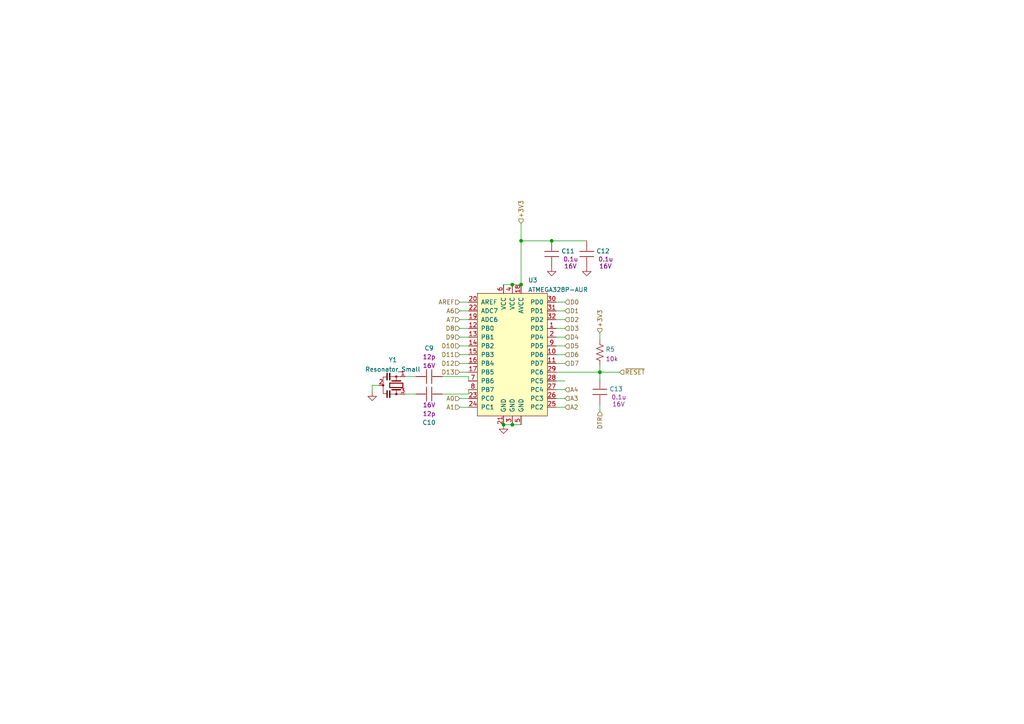
<source format=kicad_sch>
(kicad_sch (version 20211123) (generator eeschema)

  (uuid 51a0c0b2-a2a8-4672-9541-10a4895da274)

  (paper "A4")

  (lib_symbols
    (symbol "Device:Resonator_Small" (pin_names (offset 1.016) hide) (in_bom yes) (on_board yes)
      (property "Reference" "Y" (id 0) (at 3.175 1.905 0)
        (effects (font (size 1.27 1.27)) (justify left))
      )
      (property "Value" "Resonator_Small" (id 1) (at 3.175 0 0)
        (effects (font (size 1.27 1.27)) (justify left))
      )
      (property "Footprint" "" (id 2) (at -0.635 0 0)
        (effects (font (size 1.27 1.27)) hide)
      )
      (property "Datasheet" "~" (id 3) (at -0.635 0 0)
        (effects (font (size 1.27 1.27)) hide)
      )
      (property "ki_keywords" "ceramic resonator" (id 4) (at 0 0 0)
        (effects (font (size 1.27 1.27)) hide)
      )
      (property "ki_description" "Three pin ceramic resonator, small symbol" (id 5) (at 0 0 0)
        (effects (font (size 1.27 1.27)) hide)
      )
      (property "ki_fp_filters" "Filter* Resonator*" (id 6) (at 0 0 0)
        (effects (font (size 1.27 1.27)) hide)
      )
      (symbol "Resonator_Small_0_1"
        (rectangle (start -3.556 -2.54) (end -1.524 -2.794)
          (stroke (width 0) (type default) (color 0 0 0 0))
          (fill (type outline))
        )
        (rectangle (start -3.556 -1.778) (end -1.524 -2.032)
          (stroke (width 0) (type default) (color 0 0 0 0))
          (fill (type outline))
        )
        (circle (center -2.54 0) (radius 0.254)
          (stroke (width 0) (type default) (color 0 0 0 0))
          (fill (type outline))
        )
        (rectangle (start -0.635 1.905) (end 0.635 -1.905)
          (stroke (width 0.3048) (type default) (color 0 0 0 0))
          (fill (type none))
        )
        (circle (center 0 -3.81) (radius 0.254)
          (stroke (width 0) (type default) (color 0 0 0 0))
          (fill (type outline))
        )
        (polyline
          (pts
            (xy -2.54 -1.778)
            (xy -2.54 0)
          )
          (stroke (width 0) (type default) (color 0 0 0 0))
          (fill (type none))
        )
        (polyline
          (pts
            (xy -2.54 0)
            (xy -1.397 0)
          )
          (stroke (width 0) (type default) (color 0 0 0 0))
          (fill (type none))
        )
        (polyline
          (pts
            (xy -2.54 1.27)
            (xy -2.54 0)
          )
          (stroke (width 0) (type default) (color 0 0 0 0))
          (fill (type none))
        )
        (polyline
          (pts
            (xy -1.27 -1.27)
            (xy -1.27 1.27)
          )
          (stroke (width 0.381) (type default) (color 0 0 0 0))
          (fill (type none))
        )
        (polyline
          (pts
            (xy 1.27 -1.27)
            (xy 1.27 1.27)
          )
          (stroke (width 0.381) (type default) (color 0 0 0 0))
          (fill (type none))
        )
        (polyline
          (pts
            (xy 1.27 0)
            (xy 2.54 0)
          )
          (stroke (width 0) (type default) (color 0 0 0 0))
          (fill (type none))
        )
        (polyline
          (pts
            (xy 2.54 0)
            (xy 2.54 -1.778)
          )
          (stroke (width 0) (type default) (color 0 0 0 0))
          (fill (type none))
        )
        (polyline
          (pts
            (xy 2.54 1.27)
            (xy 2.54 0)
          )
          (stroke (width 0) (type default) (color 0 0 0 0))
          (fill (type none))
        )
        (polyline
          (pts
            (xy 2.413 -2.794)
            (xy 2.413 -3.81)
            (xy -2.413 -3.81)
            (xy -2.413 -2.667)
          )
          (stroke (width 0) (type default) (color 0 0 0 0))
          (fill (type none))
        )
        (rectangle (start 1.524 -2.54) (end 3.556 -2.794)
          (stroke (width 0) (type default) (color 0 0 0 0))
          (fill (type outline))
        )
        (rectangle (start 1.524 -1.778) (end 3.556 -2.032)
          (stroke (width 0) (type default) (color 0 0 0 0))
          (fill (type outline))
        )
        (circle (center 2.54 0) (radius 0.254)
          (stroke (width 0) (type default) (color 0 0 0 0))
          (fill (type outline))
        )
      )
      (symbol "Resonator_Small_1_1"
        (pin passive line (at -2.54 2.54 270) (length 1.27)
          (name "1" (effects (font (size 1.27 1.27))))
          (number "1" (effects (font (size 1.27 1.27))))
        )
        (pin passive line (at 0 -5.08 90) (length 1.27)
          (name "2" (effects (font (size 1.27 1.27))))
          (number "2" (effects (font (size 1.27 1.27))))
        )
        (pin passive line (at 2.54 2.54 270) (length 1.27)
          (name "3" (effects (font (size 1.27 1.27))))
          (number "3" (effects (font (size 1.27 1.27))))
        )
      )
    )
    (symbol "dk_Embedded-Microcontrollers:ATMEGA328P-AUR" (pin_names (offset 1.016)) (in_bom yes) (on_board yes)
      (property "Reference" "U" (id 0) (at -10.16 24.13 0)
        (effects (font (size 1.27 1.27)) (justify left))
      )
      (property "Value" "ATMEGA328P-AUR" (id 1) (at 3.81 -13.97 0)
        (effects (font (size 1.27 1.27)) (justify left))
      )
      (property "Footprint" "digikey-footprints:TQFP-32_7x7mm" (id 2) (at 5.08 5.08 0)
        (effects (font (size 1.524 1.524)) (justify left) hide)
      )
      (property "Datasheet" "http://www.microchip.com/mymicrochip/filehandler.aspx?ddocname=en589968" (id 3) (at 5.08 7.62 0)
        (effects (font (size 1.524 1.524)) (justify left) hide)
      )
      (property "Digi-Key_PN" "ATMEGA328P-AURCT-ND" (id 4) (at 5.08 10.16 0)
        (effects (font (size 1.524 1.524)) (justify left) hide)
      )
      (property "MPN" "ATMEGA328P-AUR" (id 5) (at 5.08 12.7 0)
        (effects (font (size 1.524 1.524)) (justify left) hide)
      )
      (property "Category" "Integrated Circuits (ICs)" (id 6) (at 5.08 15.24 0)
        (effects (font (size 1.524 1.524)) (justify left) hide)
      )
      (property "Family" "Embedded - Microcontrollers" (id 7) (at 5.08 17.78 0)
        (effects (font (size 1.524 1.524)) (justify left) hide)
      )
      (property "DK_Datasheet_Link" "http://www.microchip.com/mymicrochip/filehandler.aspx?ddocname=en589968" (id 8) (at 5.08 20.32 0)
        (effects (font (size 1.524 1.524)) (justify left) hide)
      )
      (property "DK_Detail_Page" "/product-detail/en/microchip-technology/ATMEGA328P-AUR/ATMEGA328P-AURCT-ND/3789455" (id 9) (at 5.08 22.86 0)
        (effects (font (size 1.524 1.524)) (justify left) hide)
      )
      (property "Description" "IC MCU 8BIT 32KB FLASH 32TQFP" (id 10) (at 5.08 25.4 0)
        (effects (font (size 1.524 1.524)) (justify left) hide)
      )
      (property "Manufacturer" "Microchip Technology" (id 11) (at 5.08 27.94 0)
        (effects (font (size 1.524 1.524)) (justify left) hide)
      )
      (property "Status" "Active" (id 12) (at 5.08 30.48 0)
        (effects (font (size 1.524 1.524)) (justify left) hide)
      )
      (property "ki_description" "IC MCU 8BIT 32KB FLASH 32TQFP" (id 13) (at 0 0 0)
        (effects (font (size 1.27 1.27)) hide)
      )
      (symbol "ATMEGA328P-AUR_0_1"
        (rectangle (start -10.16 22.86) (end 10.16 -12.7)
          (stroke (width 0) (type default) (color 0 0 0 0))
          (fill (type background))
        )
      )
      (symbol "ATMEGA328P-AUR_1_1"
        (pin bidirectional line (at 12.7 12.7 180) (length 2.54)
          (name "PD3" (effects (font (size 1.27 1.27))))
          (number "1" (effects (font (size 1.27 1.27))))
        )
        (pin bidirectional line (at 12.7 5.08 180) (length 2.54)
          (name "PD6" (effects (font (size 1.27 1.27))))
          (number "10" (effects (font (size 1.27 1.27))))
        )
        (pin bidirectional line (at 12.7 2.54 180) (length 2.54)
          (name "PD7" (effects (font (size 1.27 1.27))))
          (number "11" (effects (font (size 1.27 1.27))))
        )
        (pin bidirectional line (at -12.7 12.7 0) (length 2.54)
          (name "PB0" (effects (font (size 1.27 1.27))))
          (number "12" (effects (font (size 1.27 1.27))))
        )
        (pin bidirectional line (at -12.7 10.16 0) (length 2.54)
          (name "PB1" (effects (font (size 1.27 1.27))))
          (number "13" (effects (font (size 1.27 1.27))))
        )
        (pin bidirectional line (at -12.7 7.62 0) (length 2.54)
          (name "PB2" (effects (font (size 1.27 1.27))))
          (number "14" (effects (font (size 1.27 1.27))))
        )
        (pin bidirectional line (at -12.7 5.08 0) (length 2.54)
          (name "PB3" (effects (font (size 1.27 1.27))))
          (number "15" (effects (font (size 1.27 1.27))))
        )
        (pin bidirectional line (at -12.7 2.54 0) (length 2.54)
          (name "PB4" (effects (font (size 1.27 1.27))))
          (number "16" (effects (font (size 1.27 1.27))))
        )
        (pin bidirectional line (at -12.7 0 0) (length 2.54)
          (name "PB5" (effects (font (size 1.27 1.27))))
          (number "17" (effects (font (size 1.27 1.27))))
        )
        (pin power_in line (at 2.54 25.4 270) (length 2.54)
          (name "AVCC" (effects (font (size 1.27 1.27))))
          (number "18" (effects (font (size 1.27 1.27))))
        )
        (pin input line (at -12.7 15.24 0) (length 2.54)
          (name "ADC6" (effects (font (size 1.27 1.27))))
          (number "19" (effects (font (size 1.27 1.27))))
        )
        (pin bidirectional line (at 12.7 10.16 180) (length 2.54)
          (name "PD4" (effects (font (size 1.27 1.27))))
          (number "2" (effects (font (size 1.27 1.27))))
        )
        (pin input line (at -12.7 20.32 0) (length 2.54)
          (name "AREF" (effects (font (size 1.27 1.27))))
          (number "20" (effects (font (size 1.27 1.27))))
        )
        (pin power_in line (at -2.54 -15.24 90) (length 2.54)
          (name "GND" (effects (font (size 1.27 1.27))))
          (number "21" (effects (font (size 1.27 1.27))))
        )
        (pin input line (at -12.7 17.78 0) (length 2.54)
          (name "ADC7" (effects (font (size 1.27 1.27))))
          (number "22" (effects (font (size 1.27 1.27))))
        )
        (pin bidirectional line (at -12.7 -7.62 0) (length 2.54)
          (name "PC0" (effects (font (size 1.27 1.27))))
          (number "23" (effects (font (size 1.27 1.27))))
        )
        (pin bidirectional line (at -12.7 -10.16 0) (length 2.54)
          (name "PC1" (effects (font (size 1.27 1.27))))
          (number "24" (effects (font (size 1.27 1.27))))
        )
        (pin bidirectional line (at 12.7 -10.16 180) (length 2.54)
          (name "PC2" (effects (font (size 1.27 1.27))))
          (number "25" (effects (font (size 1.27 1.27))))
        )
        (pin bidirectional line (at 12.7 -7.62 180) (length 2.54)
          (name "PC3" (effects (font (size 1.27 1.27))))
          (number "26" (effects (font (size 1.27 1.27))))
        )
        (pin bidirectional line (at 12.7 -5.08 180) (length 2.54)
          (name "PC4" (effects (font (size 1.27 1.27))))
          (number "27" (effects (font (size 1.27 1.27))))
        )
        (pin bidirectional line (at 12.7 -2.54 180) (length 2.54)
          (name "PC5" (effects (font (size 1.27 1.27))))
          (number "28" (effects (font (size 1.27 1.27))))
        )
        (pin bidirectional line (at 12.7 0 180) (length 2.54)
          (name "PC6" (effects (font (size 1.27 1.27))))
          (number "29" (effects (font (size 1.27 1.27))))
        )
        (pin power_in line (at 0 -15.24 90) (length 2.54)
          (name "GND" (effects (font (size 1.27 1.27))))
          (number "3" (effects (font (size 1.27 1.27))))
        )
        (pin bidirectional line (at 12.7 20.32 180) (length 2.54)
          (name "PD0" (effects (font (size 1.27 1.27))))
          (number "30" (effects (font (size 1.27 1.27))))
        )
        (pin bidirectional line (at 12.7 17.78 180) (length 2.54)
          (name "PD1" (effects (font (size 1.27 1.27))))
          (number "31" (effects (font (size 1.27 1.27))))
        )
        (pin bidirectional line (at 12.7 15.24 180) (length 2.54)
          (name "PD2" (effects (font (size 1.27 1.27))))
          (number "32" (effects (font (size 1.27 1.27))))
        )
        (pin power_in line (at 0 25.4 270) (length 2.54)
          (name "VCC" (effects (font (size 1.27 1.27))))
          (number "4" (effects (font (size 1.27 1.27))))
        )
        (pin power_in line (at 2.54 -15.24 90) (length 2.54)
          (name "GND" (effects (font (size 1.27 1.27))))
          (number "5" (effects (font (size 1.27 1.27))))
        )
        (pin power_in line (at -2.54 25.4 270) (length 2.54)
          (name "VCC" (effects (font (size 1.27 1.27))))
          (number "6" (effects (font (size 1.27 1.27))))
        )
        (pin bidirectional line (at -12.7 -2.54 0) (length 2.54)
          (name "PB6" (effects (font (size 1.27 1.27))))
          (number "7" (effects (font (size 1.27 1.27))))
        )
        (pin bidirectional line (at -12.7 -5.08 0) (length 2.54)
          (name "PB7" (effects (font (size 1.27 1.27))))
          (number "8" (effects (font (size 1.27 1.27))))
        )
        (pin bidirectional line (at 12.7 7.62 180) (length 2.54)
          (name "PD5" (effects (font (size 1.27 1.27))))
          (number "9" (effects (font (size 1.27 1.27))))
        )
      )
    )
    (symbol "ekd_capacitors_ceramic_smd:0402YA120JAT2A" (pin_numbers hide) (pin_names (offset 0.254)) (in_bom yes) (on_board yes)
      (property "Reference" "C" (id 0) (at 3.81 3.81 0)
        (effects (font (size 1.27 1.27)) (justify left))
      )
      (property "Value" "0402YA120JAT2A" (id 1) (at 3.81 -12.7 0)
        (effects (font (size 1.27 1.27)) (justify left) hide)
      )
      (property "Footprint" "Capacitor_SMD:C_0603_1608Metric" (id 2) (at 3.81 -15.24 0)
        (effects (font (size 1.27 1.27)) (justify left) hide)
      )
      (property "Datasheet" "~" (id 3) (at 0.635 2.54 0)
        (effects (font (size 1.27 1.27)) hide)
      )
      (property "Digikey Part Number" "478-11775-1-ND" (id 4) (at 3.81 -17.78 0)
        (effects (font (size 1.27 1.27)) (justify left) hide)
      )
      (property "Manufacturer" "KYOCERA AVX" (id 5) (at 3.81 -20.32 0)
        (effects (font (size 1.27 1.27)) (justify left) hide)
      )
      (property "Capacitance" "12p" (id 6) (at 3.81 1.27 0)
        (effects (font (size 1.27 1.27)) (justify left))
      )
      (property "Class" "C0G" (id 7) (at 3.81 -10.16 0)
        (effects (font (size 1.27 1.27)) (justify left) hide)
      )
      (property "Size" "0402" (id 8) (at 3.81 -3.81 0)
        (effects (font (size 1.27 1.27)) (justify left) hide)
      )
      (property "Voltage Rating" "16V" (id 9) (at 3.81 -1.27 0)
        (effects (font (size 1.27 1.27)) (justify left))
      )
      (property "Part Number" "CGA3E3X7S2A104K080AB" (id 10) (at 3.81 -22.86 0)
        (effects (font (size 1.27 1.27)) (justify left) hide)
      )
      (property "ki_keywords" "cap capacitor ceramic" (id 11) (at 0 0 0)
        (effects (font (size 1.27 1.27)) hide)
      )
      (property "ki_description" "cap 12p 16V 0402 ceramic C0G" (id 12) (at 0 0 0)
        (effects (font (size 1.27 1.27)) hide)
      )
      (property "ki_fp_filters" "C_*" (id 13) (at 0 0 0)
        (effects (font (size 1.27 1.27)) hide)
      )
      (symbol "0402YA120JAT2A_0_1"
        (polyline
          (pts
            (xy -2.032 -0.762)
            (xy 2.032 -0.762)
          )
          (stroke (width 0.2032) (type default) (color 0 0 0 0))
          (fill (type none))
        )
        (polyline
          (pts
            (xy -2.032 0.762)
            (xy 2.032 0.762)
          )
          (stroke (width 0.2032) (type default) (color 0 0 0 0))
          (fill (type none))
        )
      )
      (symbol "0402YA120JAT2A_1_1"
        (pin passive line (at 0 3.81 270) (length 2.794)
          (name "~" (effects (font (size 1.27 1.27))))
          (number "1" (effects (font (size 1.27 1.27))))
        )
        (pin passive line (at 0 -3.81 90) (length 2.794)
          (name "~" (effects (font (size 1.27 1.27))))
          (number "2" (effects (font (size 1.27 1.27))))
        )
      )
    )
    (symbol "mw_ceramic_caps:GCM155R71C104KA55D" (pin_numbers hide) (pin_names (offset 0.254)) (in_bom yes) (on_board yes)
      (property "Reference" "C" (id 0) (at 3.81 3.81 0)
        (effects (font (size 1.27 1.27)) (justify left))
      )
      (property "Value" "GCM155R71C104KA55D" (id 1) (at 3.81 -12.7 0)
        (effects (font (size 1.27 1.27)) (justify left) hide)
      )
      (property "Footprint" "Capacitor_SMD:C_0402_1005Metric" (id 2) (at 3.81 -15.24 0)
        (effects (font (size 1.27 1.27)) (justify left) hide)
      )
      (property "Datasheet" "~" (id 3) (at 0.635 2.54 0)
        (effects (font (size 1.27 1.27)) hide)
      )
      (property "Part Number" "GCM155R71C104KA55D" (id 4) (at 3.81 -17.78 0)
        (effects (font (size 1.27 1.27)) (justify left) hide)
      )
      (property "Digikey Part Number" "490-4759-1-ND" (id 5) (at 3.81 -20.32 0)
        (effects (font (size 1.27 1.27)) (justify left) hide)
      )
      (property "Manufacturer" "Murata" (id 6) (at 3.81 -22.86 0)
        (effects (font (size 1.27 1.27)) (justify left) hide)
      )
      (property "Capacitance" "0.1u" (id 7) (at 3.81 1.27 0)
        (effects (font (size 1.27 1.27)) (justify left))
      )
      (property "Class" "X7R" (id 8) (at 3.81 -10.16 0)
        (effects (font (size 1.27 1.27)) (justify left) hide)
      )
      (property "Size" "0402" (id 9) (at 3.81 -7.62 0)
        (effects (font (size 1.27 1.27)) (justify left) hide)
      )
      (property "Voltage Rating" "16V" (id 10) (at 3.81 -1.27 0)
        (effects (font (size 1.27 1.27)) (justify left))
      )
      (property "ki_keywords" "cap capacitor ceramic" (id 11) (at 0 0 0)
        (effects (font (size 1.27 1.27)) hide)
      )
      (property "ki_description" "cap 0.1u 16V 0402 ceramic X7R" (id 12) (at 0 0 0)
        (effects (font (size 1.27 1.27)) hide)
      )
      (property "ki_fp_filters" "C_*" (id 13) (at 0 0 0)
        (effects (font (size 1.27 1.27)) hide)
      )
      (symbol "GCM155R71C104KA55D_0_1"
        (polyline
          (pts
            (xy -2.032 -0.762)
            (xy 2.032 -0.762)
          )
          (stroke (width 0.2032) (type default) (color 0 0 0 0))
          (fill (type none))
        )
        (polyline
          (pts
            (xy -2.032 0.762)
            (xy 2.032 0.762)
          )
          (stroke (width 0.2032) (type default) (color 0 0 0 0))
          (fill (type none))
        )
      )
      (symbol "GCM155R71C104KA55D_1_1"
        (pin passive line (at 0 3.81 270) (length 2.794)
          (name "~" (effects (font (size 1.27 1.27))))
          (number "1" (effects (font (size 1.27 1.27))))
        )
        (pin passive line (at 0 -3.81 90) (length 2.794)
          (name "~" (effects (font (size 1.27 1.27))))
          (number "2" (effects (font (size 1.27 1.27))))
        )
      )
    )
    (symbol "mw_resistors_smd:RC0402FR-0710KL" (pin_numbers hide) (pin_names (offset 0)) (in_bom yes) (on_board yes)
      (property "Reference" "R" (id 0) (at 3.81 1.27 0)
        (effects (font (size 1.27 1.27)))
      )
      (property "Value" "RC0402FR-0710KL" (id 1) (at 2.54 6.35 0)
        (effects (font (size 1.27 1.27)) (justify left) hide)
      )
      (property "Footprint" "Resistor_SMD:R_0402_1005Metric" (id 2) (at 2.54 3.81 0)
        (effects (font (size 1.27 1.27)) (justify left) hide)
      )
      (property "Datasheet" "~" (id 3) (at 2.54 -1.27 90)
        (effects (font (size 1.27 1.27)) (justify left) hide)
      )
      (property "Digikey Part Number" "311-10.0KLRCT-ND" (id 4) (at 2.54 -11.43 0)
        (effects (font (size 1.27 1.27)) (justify left) hide)
      )
      (property "Manufacturer" "Yageo" (id 5) (at 8.89 6.35 0)
        (effects (font (size 1.27 1.27)) hide)
      )
      (property "Part Number" "RC0402FR-0710KL" (id 6) (at 2.54 -8.89 0)
        (effects (font (size 1.27 1.27)) (justify left) hide)
      )
      (property "Tolerance" "1%" (id 7) (at 2.54 -3.81 0)
        (effects (font (size 1.27 1.27)) (justify left) hide)
      )
      (property "Power" "1/16W" (id 8) (at 2.54 -6.35 0)
        (effects (font (size 1.27 1.27)) (justify left) hide)
      )
      (property "Composition" "Thick Film" (id 9) (at 2.54 -16.51 0)
        (effects (font (size 1.27 1.27)) (justify left) hide)
      )
      (property "Temperature Coefficent" "100ppm/degC" (id 10) (at 2.54 -13.97 0)
        (effects (font (size 1.27 1.27)) (justify left) hide)
      )
      (property "Resistance" "10k" (id 11) (at 2.54 -1.27 0)
        (effects (font (size 1.27 1.27)) (justify left))
      )
      (property "ki_keywords" "R res resistor" (id 12) (at 0 0 0)
        (effects (font (size 1.27 1.27)) hide)
      )
      (property "ki_description" "Res 10k 0402 1% 0.0625W Yageo" (id 13) (at 0 0 0)
        (effects (font (size 1.27 1.27)) hide)
      )
      (property "ki_fp_filters" "R_*" (id 14) (at 0 0 0)
        (effects (font (size 1.27 1.27)) hide)
      )
      (symbol "RC0402FR-0710KL_0_1"
        (polyline
          (pts
            (xy 0 -2.286)
            (xy 0 -2.54)
          )
          (stroke (width 0) (type default) (color 0 0 0 0))
          (fill (type none))
        )
        (polyline
          (pts
            (xy 0 2.286)
            (xy 0 2.54)
          )
          (stroke (width 0) (type default) (color 0 0 0 0))
          (fill (type none))
        )
        (polyline
          (pts
            (xy 0 -0.762)
            (xy 1.016 -1.143)
            (xy 0 -1.524)
            (xy -1.016 -1.905)
            (xy 0 -2.286)
          )
          (stroke (width 0) (type default) (color 0 0 0 0))
          (fill (type none))
        )
        (polyline
          (pts
            (xy 0 0.762)
            (xy 1.016 0.381)
            (xy 0 0)
            (xy -1.016 -0.381)
            (xy 0 -0.762)
          )
          (stroke (width 0) (type default) (color 0 0 0 0))
          (fill (type none))
        )
        (polyline
          (pts
            (xy 0 2.286)
            (xy 1.016 1.905)
            (xy 0 1.524)
            (xy -1.016 1.143)
            (xy 0 0.762)
          )
          (stroke (width 0) (type default) (color 0 0 0 0))
          (fill (type none))
        )
      )
      (symbol "RC0402FR-0710KL_1_1"
        (pin passive line (at 0 3.81 270) (length 1.27)
          (name "~" (effects (font (size 1.27 1.27))))
          (number "1" (effects (font (size 1.27 1.27))))
        )
        (pin passive line (at 0 -3.81 90) (length 1.27)
          (name "~" (effects (font (size 1.27 1.27))))
          (number "2" (effects (font (size 1.27 1.27))))
        )
      )
    )
    (symbol "power:GND" (power) (pin_names (offset 0)) (in_bom yes) (on_board yes)
      (property "Reference" "#PWR" (id 0) (at 0 -6.35 0)
        (effects (font (size 1.27 1.27)) hide)
      )
      (property "Value" "GND" (id 1) (at 0 -3.81 0)
        (effects (font (size 1.27 1.27)))
      )
      (property "Footprint" "" (id 2) (at 0 0 0)
        (effects (font (size 1.27 1.27)) hide)
      )
      (property "Datasheet" "" (id 3) (at 0 0 0)
        (effects (font (size 1.27 1.27)) hide)
      )
      (property "ki_keywords" "power-flag" (id 4) (at 0 0 0)
        (effects (font (size 1.27 1.27)) hide)
      )
      (property "ki_description" "Power symbol creates a global label with name \"GND\" , ground" (id 5) (at 0 0 0)
        (effects (font (size 1.27 1.27)) hide)
      )
      (symbol "GND_0_1"
        (polyline
          (pts
            (xy 0 0)
            (xy 0 -1.27)
            (xy 1.27 -1.27)
            (xy 0 -2.54)
            (xy -1.27 -1.27)
            (xy 0 -1.27)
          )
          (stroke (width 0) (type default) (color 0 0 0 0))
          (fill (type none))
        )
      )
      (symbol "GND_1_1"
        (pin power_in line (at 0 0 270) (length 0) hide
          (name "GND" (effects (font (size 1.27 1.27))))
          (number "1" (effects (font (size 1.27 1.27))))
        )
      )
    )
  )

  (junction (at 173.99 107.95) (diameter 0) (color 0 0 0 0)
    (uuid 07848650-f663-4a47-aac4-996d87fdf1c2)
  )
  (junction (at 160.02 69.85) (diameter 0) (color 0 0 0 0)
    (uuid 0a7856fc-a976-4f32-8084-4577502af832)
  )
  (junction (at 146.05 123.19) (diameter 0) (color 0 0 0 0)
    (uuid 12866594-0f38-4784-af5e-45b5bfdfe400)
  )
  (junction (at 148.59 82.55) (diameter 0) (color 0 0 0 0)
    (uuid 3f2019d3-5a10-456f-9282-a27ae5700074)
  )
  (junction (at 151.13 82.55) (diameter 0) (color 0 0 0 0)
    (uuid 7b75539c-03c7-4e30-a863-b2fe9b04e029)
  )
  (junction (at 151.13 69.85) (diameter 0) (color 0 0 0 0)
    (uuid c059f8ef-6d64-484e-94ca-42d5e45b5ff0)
  )
  (junction (at 148.59 123.19) (diameter 0) (color 0 0 0 0)
    (uuid d28b7516-3a73-4e29-a168-c643f2cd44b2)
  )

  (wire (pts (xy 161.29 100.33) (xy 163.83 100.33))
    (stroke (width 0) (type default) (color 0 0 0 0))
    (uuid 027cdaf1-b333-4852-bdca-56245c6ff27e)
  )
  (wire (pts (xy 151.13 64.77) (xy 151.13 69.85))
    (stroke (width 0) (type default) (color 0 0 0 0))
    (uuid 076d4ab0-f889-42ad-bcc1-465482e30d96)
  )
  (wire (pts (xy 133.35 100.33) (xy 135.89 100.33))
    (stroke (width 0) (type default) (color 0 0 0 0))
    (uuid 1c5068f7-4d5c-4cf1-ab67-2810c2a58188)
  )
  (wire (pts (xy 133.35 118.11) (xy 135.89 118.11))
    (stroke (width 0) (type default) (color 0 0 0 0))
    (uuid 1d591464-65bd-4035-bf2e-b663459aa68b)
  )
  (wire (pts (xy 135.89 90.17) (xy 133.35 90.17))
    (stroke (width 0) (type default) (color 0 0 0 0))
    (uuid 1d90b475-4772-44c4-9750-104e0df1a6f3)
  )
  (wire (pts (xy 133.35 102.87) (xy 135.89 102.87))
    (stroke (width 0) (type default) (color 0 0 0 0))
    (uuid 1f206a8e-da2d-49b3-8976-a395fcc77cd9)
  )
  (wire (pts (xy 161.29 87.63) (xy 163.83 87.63))
    (stroke (width 0) (type default) (color 0 0 0 0))
    (uuid 1f3c9a2a-2221-4614-908e-045ade7ffa2b)
  )
  (wire (pts (xy 151.13 69.85) (xy 160.02 69.85))
    (stroke (width 0) (type default) (color 0 0 0 0))
    (uuid 2ed04249-bc7e-49b1-b684-db3b19773ed4)
  )
  (wire (pts (xy 160.02 69.85) (xy 170.18 69.85))
    (stroke (width 0) (type default) (color 0 0 0 0))
    (uuid 338a9fe7-932c-4469-8fec-7559ebd611c4)
  )
  (wire (pts (xy 173.99 107.95) (xy 173.99 109.855))
    (stroke (width 0) (type default) (color 0 0 0 0))
    (uuid 376dd96e-0872-43fe-9827-1b7a0b310f7a)
  )
  (wire (pts (xy 117.475 114.3) (xy 120.65 114.3))
    (stroke (width 0) (type default) (color 0 0 0 0))
    (uuid 39417078-18a6-473a-9ba1-f2a1e6fecdf7)
  )
  (wire (pts (xy 107.95 111.76) (xy 109.855 111.76))
    (stroke (width 0) (type default) (color 0 0 0 0))
    (uuid 4014a75a-2258-4e81-b819-1a10f2c9ea1f)
  )
  (wire (pts (xy 173.99 106.045) (xy 173.99 107.95))
    (stroke (width 0) (type default) (color 0 0 0 0))
    (uuid 4d59b9e2-7b14-47e0-8dcb-6a1947fe8252)
  )
  (wire (pts (xy 161.29 105.41) (xy 163.83 105.41))
    (stroke (width 0) (type default) (color 0 0 0 0))
    (uuid 5275f368-850c-466b-9590-6b4fc5a35d3e)
  )
  (wire (pts (xy 146.05 82.55) (xy 148.59 82.55))
    (stroke (width 0) (type default) (color 0 0 0 0))
    (uuid 53c8d884-6a4c-4fbd-8c34-251514b25492)
  )
  (wire (pts (xy 117.475 109.22) (xy 120.65 109.22))
    (stroke (width 0) (type default) (color 0 0 0 0))
    (uuid 56f0fd55-21ed-4c6b-8781-7568f6a10029)
  )
  (wire (pts (xy 161.29 95.25) (xy 163.83 95.25))
    (stroke (width 0) (type default) (color 0 0 0 0))
    (uuid 634dff12-a577-43dc-98ea-f0908421f896)
  )
  (wire (pts (xy 146.05 123.19) (xy 148.59 123.19))
    (stroke (width 0) (type default) (color 0 0 0 0))
    (uuid 65131648-4033-495a-9830-74c65f54d360)
  )
  (wire (pts (xy 135.89 109.22) (xy 135.89 110.49))
    (stroke (width 0) (type default) (color 0 0 0 0))
    (uuid 66fd10f6-0f24-46b3-98c9-9e3d31d7029e)
  )
  (wire (pts (xy 173.99 107.95) (xy 179.705 107.95))
    (stroke (width 0) (type default) (color 0 0 0 0))
    (uuid 6a884b3c-5838-414f-93d1-160074217b96)
  )
  (wire (pts (xy 133.35 107.95) (xy 135.89 107.95))
    (stroke (width 0) (type default) (color 0 0 0 0))
    (uuid 6baac69c-8e78-4f4c-85f1-19111bef6ccd)
  )
  (wire (pts (xy 161.29 102.87) (xy 163.83 102.87))
    (stroke (width 0) (type default) (color 0 0 0 0))
    (uuid 6c3a068e-d395-45ff-827a-e49159162f44)
  )
  (wire (pts (xy 133.35 87.63) (xy 135.89 87.63))
    (stroke (width 0) (type default) (color 0 0 0 0))
    (uuid 6c3a2a80-fd1a-42da-ac7d-54fd4812bf55)
  )
  (wire (pts (xy 161.29 110.49) (xy 163.83 110.49))
    (stroke (width 0) (type default) (color 0 0 0 0))
    (uuid 6f25ed56-78a0-4ce1-9b4c-5f42545abd98)
  )
  (wire (pts (xy 173.99 96.52) (xy 173.99 98.425))
    (stroke (width 0) (type default) (color 0 0 0 0))
    (uuid 75dee2df-a781-4f62-9295-56668a876e58)
  )
  (wire (pts (xy 133.35 105.41) (xy 135.89 105.41))
    (stroke (width 0) (type default) (color 0 0 0 0))
    (uuid 7f2137b6-789f-421c-97e0-5358f9ca0f21)
  )
  (wire (pts (xy 133.35 95.25) (xy 135.89 95.25))
    (stroke (width 0) (type default) (color 0 0 0 0))
    (uuid 82ea2a21-3980-4e93-83f3-2730a0b34276)
  )
  (wire (pts (xy 163.83 118.11) (xy 161.29 118.11))
    (stroke (width 0) (type default) (color 0 0 0 0))
    (uuid 8afcf642-2829-4f1f-b865-d109fa83e6c3)
  )
  (wire (pts (xy 148.59 82.55) (xy 151.13 82.55))
    (stroke (width 0) (type default) (color 0 0 0 0))
    (uuid 8e47ae13-61ac-449d-8f31-255a679b59c1)
  )
  (wire (pts (xy 161.29 113.03) (xy 163.83 113.03))
    (stroke (width 0) (type default) (color 0 0 0 0))
    (uuid 8efcca8d-cf1e-4e49-bc4a-3af80d36e411)
  )
  (wire (pts (xy 161.29 115.57) (xy 163.83 115.57))
    (stroke (width 0) (type default) (color 0 0 0 0))
    (uuid 93d03731-568c-4a4d-855d-ee9b1f0758c9)
  )
  (wire (pts (xy 133.35 115.57) (xy 135.89 115.57))
    (stroke (width 0) (type default) (color 0 0 0 0))
    (uuid abe62f0c-ab3a-4422-9237-08a92c61bbc3)
  )
  (wire (pts (xy 161.29 97.79) (xy 163.83 97.79))
    (stroke (width 0) (type default) (color 0 0 0 0))
    (uuid b45aff70-7065-4a6b-af7c-4b009c546eee)
  )
  (wire (pts (xy 135.89 92.71) (xy 133.35 92.71))
    (stroke (width 0) (type default) (color 0 0 0 0))
    (uuid bc476dcc-2fe7-4164-bc78-eb85e4c36c5a)
  )
  (wire (pts (xy 133.35 97.79) (xy 135.89 97.79))
    (stroke (width 0) (type default) (color 0 0 0 0))
    (uuid bd6ee7af-bdcc-4b2d-ba85-1f19999301bb)
  )
  (wire (pts (xy 161.29 107.95) (xy 173.99 107.95))
    (stroke (width 0) (type default) (color 0 0 0 0))
    (uuid bff62ef7-cf7e-4ec4-894a-8e2b96578fce)
  )
  (wire (pts (xy 161.29 90.17) (xy 163.83 90.17))
    (stroke (width 0) (type default) (color 0 0 0 0))
    (uuid c16ae12a-96dd-4e67-b504-d213fb64a1cc)
  )
  (wire (pts (xy 128.27 109.22) (xy 135.89 109.22))
    (stroke (width 0) (type default) (color 0 0 0 0))
    (uuid c81c2210-3164-4852-948a-f292a73a3043)
  )
  (wire (pts (xy 135.89 114.3) (xy 135.89 113.03))
    (stroke (width 0) (type default) (color 0 0 0 0))
    (uuid c87ec024-fa61-4690-bdfb-0c94806bb1a5)
  )
  (wire (pts (xy 151.13 69.85) (xy 151.13 82.55))
    (stroke (width 0) (type default) (color 0 0 0 0))
    (uuid cb892854-fc9a-49d3-adab-d2f00286395c)
  )
  (wire (pts (xy 161.29 92.71) (xy 163.83 92.71))
    (stroke (width 0) (type default) (color 0 0 0 0))
    (uuid cf477761-2623-4aa3-b4bd-0ae13a0582ea)
  )
  (wire (pts (xy 173.99 117.475) (xy 173.99 119.38))
    (stroke (width 0) (type default) (color 0 0 0 0))
    (uuid d3c8ce0b-fbde-42f7-94ee-24ea04cf0127)
  )
  (wire (pts (xy 128.27 114.3) (xy 135.89 114.3))
    (stroke (width 0) (type default) (color 0 0 0 0))
    (uuid da70e9e3-cfc8-4fa3-9bff-ae234b184aa9)
  )
  (wire (pts (xy 107.95 111.76) (xy 107.95 113.665))
    (stroke (width 0) (type default) (color 0 0 0 0))
    (uuid eec6728f-86cd-4374-9925-bb7c68af45f9)
  )
  (wire (pts (xy 148.59 123.19) (xy 151.13 123.19))
    (stroke (width 0) (type default) (color 0 0 0 0))
    (uuid f27cd7cb-fd76-4e4e-800a-6f4bde11e4f7)
  )

  (hierarchical_label "+3V3" (shape input) (at 173.99 96.52 90)
    (effects (font (size 1.27 1.27)) (justify left))
    (uuid 00a480f3-c801-4c39-adba-848cf07be9d2)
  )
  (hierarchical_label "D8" (shape input) (at 133.35 95.25 180)
    (effects (font (size 1.27 1.27)) (justify right))
    (uuid 172eae3c-e460-4698-9d64-7218c0cb8ab6)
  )
  (hierarchical_label "D7" (shape input) (at 163.83 105.41 0)
    (effects (font (size 1.27 1.27)) (justify left))
    (uuid 1dfb2ebd-0f37-44d1-942e-e01b83899103)
  )
  (hierarchical_label "D12" (shape input) (at 133.35 105.41 180)
    (effects (font (size 1.27 1.27)) (justify right))
    (uuid 2020452a-c4d5-403b-a418-32ee2db1efda)
  )
  (hierarchical_label "D6" (shape input) (at 163.83 102.87 0)
    (effects (font (size 1.27 1.27)) (justify left))
    (uuid 254bf2a5-1ea2-4117-a4a9-44f98a73c181)
  )
  (hierarchical_label "D9" (shape input) (at 133.35 97.79 180)
    (effects (font (size 1.27 1.27)) (justify right))
    (uuid 269e7251-1d03-4e2e-b47c-e1686be2f600)
  )
  (hierarchical_label "D11" (shape input) (at 133.35 102.87 180)
    (effects (font (size 1.27 1.27)) (justify right))
    (uuid 352a0c76-84e1-477a-aa8b-59b9f8c236ee)
  )
  (hierarchical_label "D3" (shape input) (at 163.83 95.25 0)
    (effects (font (size 1.27 1.27)) (justify left))
    (uuid 4019081a-03c2-41bf-8e40-1b00cdd63efa)
  )
  (hierarchical_label "D10" (shape input) (at 133.35 100.33 180)
    (effects (font (size 1.27 1.27)) (justify right))
    (uuid 5e580b6d-da96-42b0-8f2c-23256b4dcce1)
  )
  (hierarchical_label "D13" (shape input) (at 133.35 107.95 180)
    (effects (font (size 1.27 1.27)) (justify right))
    (uuid 6b1bf25c-b126-4fb5-a404-3810c762629a)
  )
  (hierarchical_label "A6" (shape input) (at 133.35 90.17 180)
    (effects (font (size 1.27 1.27)) (justify right))
    (uuid 7001ad5b-ddbe-4da4-866e-7b998ef331e1)
  )
  (hierarchical_label "D4" (shape input) (at 163.83 97.79 0)
    (effects (font (size 1.27 1.27)) (justify left))
    (uuid 72dda921-0df4-4b46-8600-ed33fcc948d7)
  )
  (hierarchical_label "A7" (shape input) (at 133.35 92.71 180)
    (effects (font (size 1.27 1.27)) (justify right))
    (uuid 73fa7bdc-a38a-4ba6-9765-f68746e97b90)
  )
  (hierarchical_label "~{RESET}" (shape input) (at 179.705 107.95 0)
    (effects (font (size 1.27 1.27)) (justify left))
    (uuid 753b969d-fed8-4307-9ef9-68eb15ef1432)
  )
  (hierarchical_label "A4" (shape input) (at 163.83 113.03 0)
    (effects (font (size 1.27 1.27)) (justify left))
    (uuid 9c1b19a1-def3-4f9f-b89b-96165b8bde50)
  )
  (hierarchical_label "+3V3" (shape input) (at 151.13 64.77 90)
    (effects (font (size 1.27 1.27)) (justify left))
    (uuid b45e83c4-2bb5-46a0-9855-0609e4c12365)
  )
  (hierarchical_label "A2" (shape input) (at 163.83 118.11 0)
    (effects (font (size 1.27 1.27)) (justify left))
    (uuid b6d87030-c62b-4b1e-8237-ac518d3346e2)
  )
  (hierarchical_label "D2" (shape input) (at 163.83 92.71 0)
    (effects (font (size 1.27 1.27)) (justify left))
    (uuid c828e1b5-bc8a-43da-8c53-c3593758d581)
  )
  (hierarchical_label "D1" (shape input) (at 163.83 90.17 0)
    (effects (font (size 1.27 1.27)) (justify left))
    (uuid d8a28258-4134-4aad-a0a4-822abf81bbd8)
  )
  (hierarchical_label "AREF" (shape input) (at 133.35 87.63 180)
    (effects (font (size 1.27 1.27)) (justify right))
    (uuid d953853c-6978-4eec-8506-989ac4a6c7eb)
  )
  (hierarchical_label "DTR" (shape input) (at 173.99 119.38 270)
    (effects (font (size 1.27 1.27)) (justify right))
    (uuid e19feb95-8cd2-4e3c-9321-48da776bbac7)
  )
  (hierarchical_label "D0" (shape input) (at 163.83 87.63 0)
    (effects (font (size 1.27 1.27)) (justify left))
    (uuid e76610a8-76db-4da7-be29-ca5f67222925)
  )
  (hierarchical_label "A3" (shape input) (at 163.83 115.57 0)
    (effects (font (size 1.27 1.27)) (justify left))
    (uuid ec09c7f4-26fa-492e-956d-157a21e7f4a2)
  )
  (hierarchical_label "A1" (shape input) (at 133.35 118.11 180)
    (effects (font (size 1.27 1.27)) (justify right))
    (uuid ef650e37-21a9-49f5-bdb1-ceea1d643efc)
  )
  (hierarchical_label "A0" (shape input) (at 133.35 115.57 180)
    (effects (font (size 1.27 1.27)) (justify right))
    (uuid f2e1c67d-f893-4be5-ad20-df9e153e1c09)
  )
  (hierarchical_label "D5" (shape input) (at 163.83 100.33 0)
    (effects (font (size 1.27 1.27)) (justify left))
    (uuid f8461640-9a63-4a13-885b-fd939e716da0)
  )

  (symbol (lib_id "ekd_capacitors_ceramic_smd:0402YA120JAT2A") (at 124.46 109.22 90) (unit 1)
    (in_bom yes) (on_board yes) (fields_autoplaced)
    (uuid 05c72e3e-7677-4ff3-b3fb-c02acf5c0d9b)
    (property "Reference" "C9" (id 0) (at 124.46 100.9768 90))
    (property "Value" "0402YA120JAT2A" (id 1) (at 137.16 105.41 0)
      (effects (font (size 1.27 1.27)) (justify left) hide)
    )
    (property "Footprint" "Capacitor_SMD:C_0402_1005Metric" (id 2) (at 139.7 105.41 0)
      (effects (font (size 1.27 1.27)) (justify left) hide)
    )
    (property "Datasheet" "~" (id 3) (at 121.92 108.585 0)
      (effects (font (size 1.27 1.27)) hide)
    )
    (property "Digikey Part Number" "478-11775-1-ND" (id 4) (at 142.24 105.41 0)
      (effects (font (size 1.27 1.27)) (justify left) hide)
    )
    (property "Manufacturer" "KYOCERA AVX" (id 5) (at 144.78 105.41 0)
      (effects (font (size 1.27 1.27)) (justify left) hide)
    )
    (property "Capacitance" "12p" (id 6) (at 124.46 103.5137 90))
    (property "Class" "C0G" (id 7) (at 134.62 105.41 0)
      (effects (font (size 1.27 1.27)) (justify left) hide)
    )
    (property "Size" "0402" (id 8) (at 128.27 105.41 0)
      (effects (font (size 1.27 1.27)) (justify left) hide)
    )
    (property "Voltage Rating" "16V" (id 9) (at 124.46 106.0506 90))
    (property "Part Number" "CGA3E3X7S2A104K080AB" (id 10) (at 147.32 105.41 0)
      (effects (font (size 1.27 1.27)) (justify left) hide)
    )
    (pin "1" (uuid 498e91a2-2822-485d-85a2-cbe5b16a0ec3))
    (pin "2" (uuid e11b4b69-23a8-4b30-9940-eadf15d304ec))
  )

  (symbol (lib_id "power:GND") (at 107.95 113.665 0) (unit 1)
    (in_bom yes) (on_board yes) (fields_autoplaced)
    (uuid 0eddf47d-d992-4937-90dc-3a21b8373a79)
    (property "Reference" "#PWR018" (id 0) (at 107.95 120.015 0)
      (effects (font (size 1.27 1.27)) hide)
    )
    (property "Value" "GND" (id 1) (at 107.95 117.475 0)
      (effects (font (size 1.27 1.27)) hide)
    )
    (property "Footprint" "" (id 2) (at 107.95 113.665 0)
      (effects (font (size 1.27 1.27)) hide)
    )
    (property "Datasheet" "" (id 3) (at 107.95 113.665 0)
      (effects (font (size 1.27 1.27)) hide)
    )
    (pin "1" (uuid 72ce6751-2024-45a6-8a8a-033d7a7aebb6))
  )

  (symbol (lib_id "dk_Embedded-Microcontrollers:ATMEGA328P-AUR") (at 148.59 107.95 0) (unit 1)
    (in_bom yes) (on_board yes) (fields_autoplaced)
    (uuid 1bf185a8-616a-4428-b4ec-c1003f9fe460)
    (property "Reference" "U3" (id 0) (at 153.1494 81.2505 0)
      (effects (font (size 1.27 1.27)) (justify left))
    )
    (property "Value" "ATMEGA328P-AUR" (id 1) (at 153.1494 84.0256 0)
      (effects (font (size 1.27 1.27)) (justify left))
    )
    (property "Footprint" "digikey-footprints:TQFP-32_7x7mm" (id 2) (at 153.67 102.87 0)
      (effects (font (size 1.524 1.524)) (justify left) hide)
    )
    (property "Datasheet" "http://www.microchip.com/mymicrochip/filehandler.aspx?ddocname=en589968" (id 3) (at 153.67 100.33 0)
      (effects (font (size 1.524 1.524)) (justify left) hide)
    )
    (property "Digi-Key_PN" "ATMEGA328P-AURCT-ND" (id 4) (at 153.67 97.79 0)
      (effects (font (size 1.524 1.524)) (justify left) hide)
    )
    (property "MPN" "ATMEGA328P-AUR" (id 5) (at 153.67 95.25 0)
      (effects (font (size 1.524 1.524)) (justify left) hide)
    )
    (property "Category" "Integrated Circuits (ICs)" (id 6) (at 153.67 92.71 0)
      (effects (font (size 1.524 1.524)) (justify left) hide)
    )
    (property "Family" "Embedded - Microcontrollers" (id 7) (at 153.67 90.17 0)
      (effects (font (size 1.524 1.524)) (justify left) hide)
    )
    (property "DK_Datasheet_Link" "http://www.microchip.com/mymicrochip/filehandler.aspx?ddocname=en589968" (id 8) (at 153.67 87.63 0)
      (effects (font (size 1.524 1.524)) (justify left) hide)
    )
    (property "DK_Detail_Page" "/product-detail/en/microchip-technology/ATMEGA328P-AUR/ATMEGA328P-AURCT-ND/3789455" (id 9) (at 153.67 85.09 0)
      (effects (font (size 1.524 1.524)) (justify left) hide)
    )
    (property "Description" "IC MCU 8BIT 32KB FLASH 32TQFP" (id 10) (at 153.67 82.55 0)
      (effects (font (size 1.524 1.524)) (justify left) hide)
    )
    (property "Manufacturer" "Microchip Technology" (id 11) (at 153.67 80.01 0)
      (effects (font (size 1.524 1.524)) (justify left) hide)
    )
    (property "Status" "Active" (id 12) (at 153.67 77.47 0)
      (effects (font (size 1.524 1.524)) (justify left) hide)
    )
    (pin "1" (uuid 93b747ae-9fcb-40b3-b9c5-615169c96d01))
    (pin "10" (uuid 911f8d0a-c943-4781-a29d-e0641c7dc2a2))
    (pin "11" (uuid 8eb6ecd4-df9f-4e2b-b73e-4bca6ec93d77))
    (pin "12" (uuid 0a97f976-4737-4cf5-8a64-8f399133050f))
    (pin "13" (uuid ff35d87f-a0de-4b22-b2cc-ac552f1e0172))
    (pin "14" (uuid 94de43d1-eea5-4348-8132-c6df88d23ad4))
    (pin "15" (uuid d333519e-b0aa-43bf-a130-2b0802a9535b))
    (pin "16" (uuid 92d8890d-9ada-42ac-8594-c1c12f293642))
    (pin "17" (uuid 3cdba0bb-45be-4f98-99ac-2e764e61dee5))
    (pin "18" (uuid abcb159f-e7c9-456f-bc80-8d87d00d5965))
    (pin "19" (uuid 8de2f5a7-cb09-4937-ab9f-0df4dd31083b))
    (pin "2" (uuid c33a7a28-1465-4c2d-ab2c-b9b9babc7792))
    (pin "20" (uuid 2e52e8ca-cce6-4166-b92e-2499426711ab))
    (pin "21" (uuid 3c816b4f-6524-47e0-afb0-2c08a1403111))
    (pin "22" (uuid c61814cf-a2b0-4b7f-92f9-ff3e044b11c8))
    (pin "23" (uuid 62013913-4cf4-455f-b89f-b81653716863))
    (pin "24" (uuid 1efbe35a-2f31-4e7f-be54-9a6bb437c402))
    (pin "25" (uuid c824e613-4c96-4d74-9835-06fe0a4f45c3))
    (pin "26" (uuid 69a3cdd8-e2c9-43a6-a849-59807509a253))
    (pin "27" (uuid 017a23be-3077-4181-90bb-f0b527f072f3))
    (pin "28" (uuid a93af9da-8987-4408-b6e2-47d4a2c6b5ca))
    (pin "29" (uuid b4ca529c-9162-4175-bf3f-8ea8b721e5ee))
    (pin "3" (uuid 557e694b-9912-428d-a112-abdb49094228))
    (pin "30" (uuid aee67909-8fe5-45bd-8911-1657603d2a67))
    (pin "31" (uuid 05a42f93-b9ff-4626-be47-7340623af45b))
    (pin "32" (uuid 1cc6bcb0-9f02-49ce-a9f1-09b6cc3797d9))
    (pin "4" (uuid d805a203-1d4f-4ced-abb7-b5f7049e07be))
    (pin "5" (uuid 8189bfec-c1c9-4c0e-a3ef-ae33dbf69754))
    (pin "6" (uuid 13d9ce52-e5c6-472c-9ad3-8940f79fab35))
    (pin "7" (uuid 4962f6cb-c33c-408e-940a-91c390020ea2))
    (pin "8" (uuid c5e9b886-d541-45ed-b520-41b0273a3fd1))
    (pin "9" (uuid 3626863d-b01f-4388-93b7-5584a62cd886))
  )

  (symbol (lib_id "mw_ceramic_caps:GCM155R71C104KA55D") (at 170.18 73.66 0) (unit 1)
    (in_bom yes) (on_board yes) (fields_autoplaced)
    (uuid 24d353d7-a7ee-41dd-8369-4fe013a967bd)
    (property "Reference" "C12" (id 0) (at 172.9486 72.8253 0)
      (effects (font (size 1.27 1.27)) (justify left))
    )
    (property "Value" "GCM155R71C104KA55D" (id 1) (at 173.99 86.36 0)
      (effects (font (size 1.27 1.27)) (justify left) hide)
    )
    (property "Footprint" "Capacitor_SMD:C_0402_1005Metric" (id 2) (at 173.99 88.9 0)
      (effects (font (size 1.27 1.27)) (justify left) hide)
    )
    (property "Datasheet" "~" (id 3) (at 170.815 71.12 0)
      (effects (font (size 1.27 1.27)) hide)
    )
    (property "Part Number" "GCM155R71C104KA55D" (id 4) (at 173.99 91.44 0)
      (effects (font (size 1.27 1.27)) (justify left) hide)
    )
    (property "Digikey Part Number" "490-4759-1-ND" (id 5) (at 173.99 93.98 0)
      (effects (font (size 1.27 1.27)) (justify left) hide)
    )
    (property "Manufacturer" "Murata" (id 6) (at 173.99 96.52 0)
      (effects (font (size 1.27 1.27)) (justify left) hide)
    )
    (property "Capacitance" "0.1u" (id 7) (at 173.482 75.184 0)
      (effects (font (size 1.27 1.27)) (justify left))
    )
    (property "Class" "X7R" (id 8) (at 173.99 83.82 0)
      (effects (font (size 1.27 1.27)) (justify left) hide)
    )
    (property "Size" "0402" (id 9) (at 173.99 81.28 0)
      (effects (font (size 1.27 1.27)) (justify left) hide)
    )
    (property "Voltage Rating" "16V" (id 10) (at 173.736 77.216 0)
      (effects (font (size 1.27 1.27)) (justify left))
    )
    (pin "1" (uuid 25aa0de9-6652-4ba3-9ac1-de1a71099be5))
    (pin "2" (uuid 76913a61-8302-4bac-8f6e-7201f34611be))
  )

  (symbol (lib_id "ekd_capacitors_ceramic_smd:0402YA120JAT2A") (at 124.46 114.3 270) (unit 1)
    (in_bom yes) (on_board yes)
    (uuid 37475acd-a51d-4cb8-b536-a2ad8cafeb73)
    (property "Reference" "C10" (id 0) (at 124.46 122.5432 90))
    (property "Value" "0402YA120JAT2A" (id 1) (at 111.76 118.11 0)
      (effects (font (size 1.27 1.27)) (justify left) hide)
    )
    (property "Footprint" "Capacitor_SMD:C_0402_1005Metric" (id 2) (at 109.22 118.11 0)
      (effects (font (size 1.27 1.27)) (justify left) hide)
    )
    (property "Datasheet" "~" (id 3) (at 127 114.935 0)
      (effects (font (size 1.27 1.27)) hide)
    )
    (property "Digikey Part Number" "478-11775-1-ND" (id 4) (at 106.68 118.11 0)
      (effects (font (size 1.27 1.27)) (justify left) hide)
    )
    (property "Manufacturer" "KYOCERA AVX" (id 5) (at 104.14 118.11 0)
      (effects (font (size 1.27 1.27)) (justify left) hide)
    )
    (property "Capacitance" "12p" (id 6) (at 124.46 120.0063 90))
    (property "Class" "C0G" (id 7) (at 114.3 118.11 0)
      (effects (font (size 1.27 1.27)) (justify left) hide)
    )
    (property "Size" "0402" (id 8) (at 120.65 118.11 0)
      (effects (font (size 1.27 1.27)) (justify left) hide)
    )
    (property "Voltage Rating" "16V" (id 9) (at 124.46 117.4694 90))
    (property "Part Number" "CGA3E3X7S2A104K080AB" (id 10) (at 101.6 118.11 0)
      (effects (font (size 1.27 1.27)) (justify left) hide)
    )
    (pin "1" (uuid e9d5068b-9841-4894-8a23-150e057e20aa))
    (pin "2" (uuid 9b1e9ce4-1419-4251-857f-b94530bf66e1))
  )

  (symbol (lib_id "power:GND") (at 160.02 77.47 0) (unit 1)
    (in_bom yes) (on_board yes) (fields_autoplaced)
    (uuid 790936ed-f673-4c23-936d-64a94fa736d1)
    (property "Reference" "#PWR020" (id 0) (at 160.02 83.82 0)
      (effects (font (size 1.27 1.27)) hide)
    )
    (property "Value" "GND" (id 1) (at 160.02 81.28 0)
      (effects (font (size 1.27 1.27)) hide)
    )
    (property "Footprint" "" (id 2) (at 160.02 77.47 0)
      (effects (font (size 1.27 1.27)) hide)
    )
    (property "Datasheet" "" (id 3) (at 160.02 77.47 0)
      (effects (font (size 1.27 1.27)) hide)
    )
    (pin "1" (uuid cc617cd2-d07a-4472-b0f7-1a7ea8729ad0))
  )

  (symbol (lib_id "mw_ceramic_caps:GCM155R71C104KA55D") (at 160.02 73.66 0) (unit 1)
    (in_bom yes) (on_board yes) (fields_autoplaced)
    (uuid 8e9a8bff-6162-4bc9-a0a2-034b92a8d22b)
    (property "Reference" "C11" (id 0) (at 162.7886 72.8253 0)
      (effects (font (size 1.27 1.27)) (justify left))
    )
    (property "Value" "GCM155R71C104KA55D" (id 1) (at 163.83 86.36 0)
      (effects (font (size 1.27 1.27)) (justify left) hide)
    )
    (property "Footprint" "Capacitor_SMD:C_0402_1005Metric" (id 2) (at 163.83 88.9 0)
      (effects (font (size 1.27 1.27)) (justify left) hide)
    )
    (property "Datasheet" "~" (id 3) (at 160.655 71.12 0)
      (effects (font (size 1.27 1.27)) hide)
    )
    (property "Part Number" "GCM155R71C104KA55D" (id 4) (at 163.83 91.44 0)
      (effects (font (size 1.27 1.27)) (justify left) hide)
    )
    (property "Digikey Part Number" "490-4759-1-ND" (id 5) (at 163.83 93.98 0)
      (effects (font (size 1.27 1.27)) (justify left) hide)
    )
    (property "Manufacturer" "Murata" (id 6) (at 163.83 96.52 0)
      (effects (font (size 1.27 1.27)) (justify left) hide)
    )
    (property "Capacitance" "0.1u" (id 7) (at 163.322 75.184 0)
      (effects (font (size 1.27 1.27)) (justify left))
    )
    (property "Class" "X7R" (id 8) (at 163.83 83.82 0)
      (effects (font (size 1.27 1.27)) (justify left) hide)
    )
    (property "Size" "0402" (id 9) (at 163.83 81.28 0)
      (effects (font (size 1.27 1.27)) (justify left) hide)
    )
    (property "Voltage Rating" "16V" (id 10) (at 163.576 77.216 0)
      (effects (font (size 1.27 1.27)) (justify left))
    )
    (pin "1" (uuid 9567e343-3346-450c-9b6e-e6623cf5de47))
    (pin "2" (uuid 107cc724-89bb-4da1-a7f8-ba56b2d4ed2e))
  )

  (symbol (lib_id "power:GND") (at 170.18 77.47 0) (unit 1)
    (in_bom yes) (on_board yes) (fields_autoplaced)
    (uuid 982bf61c-60c1-4521-b7b6-9b386a7b16a1)
    (property "Reference" "#PWR021" (id 0) (at 170.18 83.82 0)
      (effects (font (size 1.27 1.27)) hide)
    )
    (property "Value" "GND" (id 1) (at 170.18 81.28 0)
      (effects (font (size 1.27 1.27)) hide)
    )
    (property "Footprint" "" (id 2) (at 170.18 77.47 0)
      (effects (font (size 1.27 1.27)) hide)
    )
    (property "Datasheet" "" (id 3) (at 170.18 77.47 0)
      (effects (font (size 1.27 1.27)) hide)
    )
    (pin "1" (uuid 8d4b22bc-c921-4d96-86d4-5c6a2353a898))
  )

  (symbol (lib_id "power:GND") (at 146.05 123.19 0) (unit 1)
    (in_bom yes) (on_board yes) (fields_autoplaced)
    (uuid a773f9eb-6950-48c4-8af9-af68e957b30c)
    (property "Reference" "#PWR019" (id 0) (at 146.05 129.54 0)
      (effects (font (size 1.27 1.27)) hide)
    )
    (property "Value" "GND" (id 1) (at 146.05 127 0)
      (effects (font (size 1.27 1.27)) hide)
    )
    (property "Footprint" "" (id 2) (at 146.05 123.19 0)
      (effects (font (size 1.27 1.27)) hide)
    )
    (property "Datasheet" "" (id 3) (at 146.05 123.19 0)
      (effects (font (size 1.27 1.27)) hide)
    )
    (pin "1" (uuid 4d14a8e5-7aca-423d-bc16-bc427d6c0b66))
  )

  (symbol (lib_id "mw_ceramic_caps:GCM155R71C104KA55D") (at 173.99 113.665 0) (unit 1)
    (in_bom yes) (on_board yes) (fields_autoplaced)
    (uuid ad69893f-4a1b-4e89-9cf5-1d6f782c2808)
    (property "Reference" "C13" (id 0) (at 176.7586 112.8303 0)
      (effects (font (size 1.27 1.27)) (justify left))
    )
    (property "Value" "GCM155R71C104KA55D" (id 1) (at 177.8 126.365 0)
      (effects (font (size 1.27 1.27)) (justify left) hide)
    )
    (property "Footprint" "Capacitor_SMD:C_0402_1005Metric" (id 2) (at 177.8 128.905 0)
      (effects (font (size 1.27 1.27)) (justify left) hide)
    )
    (property "Datasheet" "~" (id 3) (at 174.625 111.125 0)
      (effects (font (size 1.27 1.27)) hide)
    )
    (property "Part Number" "GCM155R71C104KA55D" (id 4) (at 177.8 131.445 0)
      (effects (font (size 1.27 1.27)) (justify left) hide)
    )
    (property "Digikey Part Number" "490-4759-1-ND" (id 5) (at 177.8 133.985 0)
      (effects (font (size 1.27 1.27)) (justify left) hide)
    )
    (property "Manufacturer" "Murata" (id 6) (at 177.8 136.525 0)
      (effects (font (size 1.27 1.27)) (justify left) hide)
    )
    (property "Capacitance" "0.1u" (id 7) (at 177.292 115.189 0)
      (effects (font (size 1.27 1.27)) (justify left))
    )
    (property "Class" "X7R" (id 8) (at 177.8 123.825 0)
      (effects (font (size 1.27 1.27)) (justify left) hide)
    )
    (property "Size" "0402" (id 9) (at 177.8 121.285 0)
      (effects (font (size 1.27 1.27)) (justify left) hide)
    )
    (property "Voltage Rating" "16V" (id 10) (at 177.546 117.221 0)
      (effects (font (size 1.27 1.27)) (justify left))
    )
    (pin "1" (uuid 6221a934-b2fb-463c-9691-69f5fa6df188))
    (pin "2" (uuid f907f78f-6977-4f78-9e8a-97f678c0d421))
  )

  (symbol (lib_id "mw_resistors_smd:RC0402FR-0710KL") (at 173.99 102.235 0) (unit 1)
    (in_bom yes) (on_board yes) (fields_autoplaced)
    (uuid d761b898-ad22-46f1-bd4b-7775ff9e75d6)
    (property "Reference" "R5" (id 0) (at 175.641 101.3265 0)
      (effects (font (size 1.27 1.27)) (justify left))
    )
    (property "Value" "RC0402FR-0710KL" (id 1) (at 176.53 95.885 0)
      (effects (font (size 1.27 1.27)) (justify left) hide)
    )
    (property "Footprint" "Resistor_SMD:R_0402_1005Metric" (id 2) (at 176.53 98.425 0)
      (effects (font (size 1.27 1.27)) (justify left) hide)
    )
    (property "Datasheet" "~" (id 3) (at 176.53 103.505 90)
      (effects (font (size 1.27 1.27)) (justify left) hide)
    )
    (property "Digikey Part Number" "311-10.0KLRCT-ND" (id 4) (at 176.53 113.665 0)
      (effects (font (size 1.27 1.27)) (justify left) hide)
    )
    (property "Manufacturer" "Yageo" (id 5) (at 182.88 95.885 0)
      (effects (font (size 1.27 1.27)) hide)
    )
    (property "Part Number" "RC0402FR-0710KL" (id 6) (at 176.53 111.125 0)
      (effects (font (size 1.27 1.27)) (justify left) hide)
    )
    (property "Tolerance" "1%" (id 7) (at 176.53 106.045 0)
      (effects (font (size 1.27 1.27)) (justify left) hide)
    )
    (property "Power" "1/16W" (id 8) (at 176.53 108.585 0)
      (effects (font (size 1.27 1.27)) (justify left) hide)
    )
    (property "Composition" "Thick Film" (id 9) (at 176.53 118.745 0)
      (effects (font (size 1.27 1.27)) (justify left) hide)
    )
    (property "Temperature Coefficent" "100ppm/degC" (id 10) (at 176.53 116.205 0)
      (effects (font (size 1.27 1.27)) (justify left) hide)
    )
    (property "Resistance" "10k" (id 11) (at 175.641 104.1016 0)
      (effects (font (size 1.27 1.27)) (justify left))
    )
    (pin "1" (uuid 07fdaacd-7a9f-4a4a-8786-e83691dc9c01))
    (pin "2" (uuid 8e9352cb-c948-4916-838d-db706e2a00d9))
  )

  (symbol (lib_id "Device:Resonator_Small") (at 114.935 111.76 270) (unit 1)
    (in_bom yes) (on_board yes) (fields_autoplaced)
    (uuid e18bb129-23fe-454a-94dc-9a5aba3002d1)
    (property "Reference" "Y1" (id 0) (at 113.9317 104.3645 90))
    (property "Value" "Resonator_Small" (id 1) (at 113.9317 107.1396 90))
    (property "Footprint" "ekd_oscillators:OSC_CSTNE16M0V53C000R0" (id 2) (at 114.935 111.125 0)
      (effects (font (size 1.27 1.27)) hide)
    )
    (property "Datasheet" "~" (id 3) (at 114.935 111.125 0)
      (effects (font (size 1.27 1.27)) hide)
    )
    (pin "1" (uuid db5593a1-c2f0-4e2a-aa47-2f32fb7e9076))
    (pin "2" (uuid 9d11ac46-f344-463e-8c83-2f474daedc06))
    (pin "3" (uuid 93c512da-ce8d-41f5-83fe-27e5b55ae881))
  )
)

</source>
